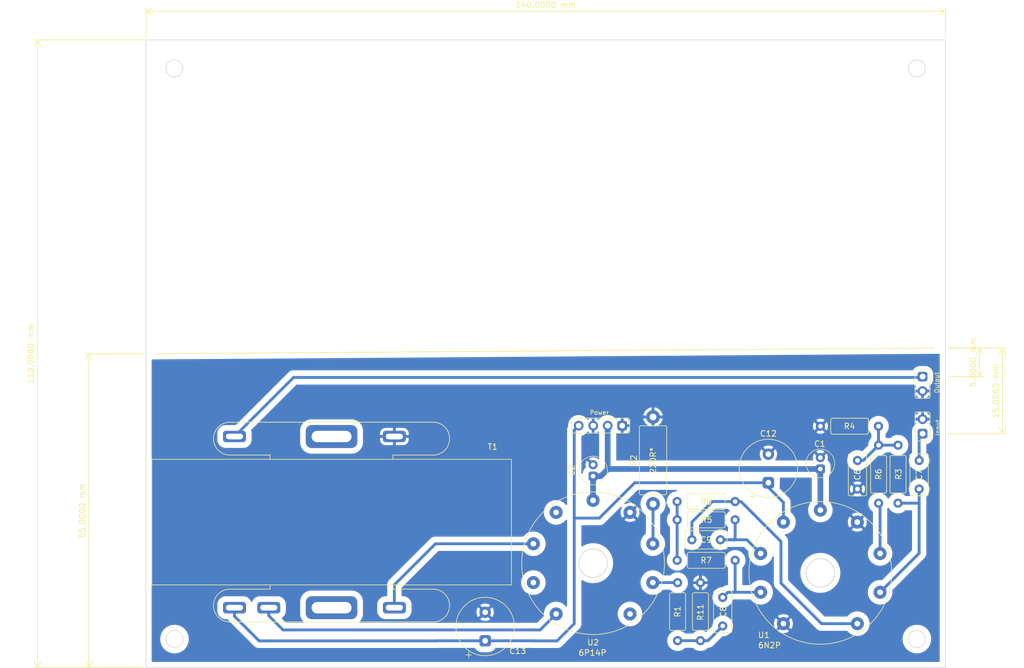
<source format=kicad_pcb>
(kicad_pcb (version 20211014) (generator pcbnew)
  (layers (0 "F.Cu" signal) (31 "B.Cu" signal) (34 "B.Paste" user) (35 "F.Paste" user) (36 "B.SilkS" user "B.Silkscreen") (37 "F.SilkS" user "F.Silkscreen") (38 "B.Mask" user) (39 "F.Mask" user) (44 "Edge.Cuts" user))
  (net 0 "")
  (net 1 "GND")
  (net 2 "240V")
  (net 3 "+6V")
  (net 4 "Net-(C7-Pad1)")
  (net 5 "Net-(U1-Pad2)")
  (net 6 "Net-(U1-Pad8)")
  (net 7 "Net-(C8-Pad2)")
  (net 8 "Net-(U1-Pad7)")
  (net 9 "Net-(U1-Pad1)")
  (net 10 "Left_output")
  (net 11 "Net-(R1-Pad2)")
  (net 12 "Net-(R2-Pad1)")
  (net 13 "Net-(R6-Pad1)")
  (net 14 "Net-(R5-Pad1)")
  (net 15 "Net-(U1-Pad3)")
  (net 16 "Net-(T1-Pad2)")
  (net 17 "Net-(T1-Pad3)")
  (footprint "spdf1626_lib:R_THT_025W" (layer "F.Cu") (at 147.1 125.28 90)
    (fp_text reference "R11" (at 4.98 0 90) (layer "F.SilkS"))
    (fp_text value "100k" hide)
    (fp_line (start 2.1 1.4) (end 8.1 1.4) (layer "F.SilkS") (width 0.12))
    (fp_line (start 1.8 -1.1) (end 1.8 1.1) (layer "F.SilkS") (width 0.12))
    (fp_line (start 8.1 -1.4) (end 2.1 -1.4) (layer "F.SilkS") (width 0.12))
    (fp_line (start 8.4 1.1) (end 8.4 -1.1) (layer "F.SilkS") (width 0.12))
    (fp_arc (start 8.1 -1.4) (mid 8.312132 -1.312132) (end 8.4 -1.1) (layer "F.SilkS") (width 0.12))
    (fp_arc (start 1.8 -1.1) (mid 1.887868 -1.312132) (end 2.1 -1.4) (layer "F.SilkS") (width 0.12))
    (fp_arc (start 2.1 1.4) (mid 1.887868 1.312132) (end 1.8 1.1) (layer "F.SilkS") (width 0.12))
    (fp_arc (start 8.4 1.1) (mid 8.312132 1.312132) (end 8.1 1.4) (layer "F.SilkS") (width 0.12))
    (pad "1" thru_hole circle (at 0 0 90) (size 1.6 1.6) (drill 0.8) (layers *.Cu *.Mask) (net 7 "Net-(C8-Pad2)"))
    (pad "2" thru_hole oval (at 10.16 0 90) (size 1.6 1.6) (drill 0.8) (layers *.Cu *.Mask) (net 1 "GND"))
  )
  (footprint "spdf1626_lib:C_THT_D10.0mm_P5.00mm" (layer "F.Cu") (at 159 97.6 90)
    (fp_text reference "C12" (at 8.6 0 180) (layer "F.SilkS"))
    (fp_text value "10uF" hide)
    (fp_line (start -2.479646 -3.375) (end -2.479646 -2.375) (layer "F.SilkS") (width 0.12))
    (fp_line (start -2.979646 -2.875) (end -1.979646 -2.875) (layer "F.SilkS") (width 0.12))
    (fp_circle (center 2.5 0) (end 7.62 0) (layer "F.SilkS") (width 0.12) (fill none))
    (pad "1" thru_hole roundrect (at 0 0 90) (size 2 2) (drill 1) (layers *.Cu *.Mask) (net 2 "240V"))
    (pad "2" thru_hole circle (at 5 0 90) (size 2 2) (drill 1) (layers *.Cu *.Mask) (net 1 "GND"))
  )
  (footprint "spdf1626_lib:R_THT_1W" (layer "F.Cu") (at 138.8 101.32 90)
    (fp_text reference "R2" (at 7.62 -3.37 90) (layer "F.SilkS"))
    (fp_text value "220R*" (at 7.62 0 90) (layer "F.SilkS"))
    (fp_line (start 13.7 2.1) (end 13.7 -2.1) (layer "F.SilkS") (width 0.12))
    (fp_line (start 1.9 2.4) (end 13.4 2.4) (layer "F.SilkS") (width 0.12))
    (fp_line (start 13.4 -2.4) (end 1.9 -2.4) (layer "F.SilkS") (width 0.12))
    (fp_line (start 1.6 -2.1) (end 1.6 2.1) (layer "F.SilkS") (width 0.12))
    (fp_arc (start 13.4 -2.4) (mid 13.612132 -2.312132) (end 13.7 -2.1) (layer "F.SilkS") (width 0.12))
    (fp_arc (start 13.7 2.1) (mid 13.612132 2.312132) (end 13.4 2.4) (layer "F.SilkS") (width 0.12))
    (fp_arc (start 1.9 2.4) (mid 1.687868 2.312132) (end 1.6 2.1) (layer "F.SilkS") (width 0.12))
    (fp_arc (start 1.6 -2.1) (mid 1.687868 -2.312132) (end 1.9 -2.4) (layer "F.SilkS") (width 0.12))
    (pad "1" thru_hole circle (at 0 0 90) (size 2.4 2.4) (drill 1.2) (layers *.Cu *.Mask) (net 12 "Net-(R2-Pad1)"))
    (pad "2" thru_hole oval (at 15.24 0 90) (size 2.4 2.4) (drill 1.2) (layers *.Cu *.Mask) (net 1 "GND"))
  )
  (footprint "spdf1626_lib:C_THT_K73-17_P5.00mm" (layer "F.Cu") (at 185.4 93.7 -90)
    (fp_text reference "C7" (at 2.5 0 90) (layer "F.SilkS"))
    (fp_text value "100n" hide)
    (fp_line (start 6.2 -1.3) (end 6.2 1.3) (layer "F.SilkS") (width 0.12))
    (fp_line (start -0.9 -1.6) (end 5.9 -1.6) (layer "F.SilkS") (width 0.12))
    (fp_line (start -0.9 1.6) (end 5.9 1.6) (layer "F.SilkS") (width 0.12))
    (fp_line (start -1.2 -1.3) (end -1.2 1.3) (layer "F.SilkS") (width 0.12))
    (fp_arc (start -1.2 -1.3) (mid -1.112132 -1.512132) (end -0.9 -1.6) (layer "F.SilkS") (width 0.12))
    (fp_arc (start -0.9 1.6) (mid -1.112132 1.512132) (end -1.2 1.3) (layer "F.SilkS") (width 0.12))
    (fp_arc (start 5.9 -1.6) (mid 6.112132 -1.512132) (end 6.2 -1.3) (layer "F.SilkS") (width 0.12))
    (fp_arc (start 6.2 1.3) (mid 6.112132 1.512132) (end 5.9 1.6) (layer "F.SilkS") (width 0.12))
    (pad "1" thru_hole circle (at 0 0 270) (size 1.6 1.6) (drill 0.8) (layers *.Cu *.Mask) (net 4 "Net-(C7-Pad1)"))
    (pad "2" thru_hole circle (at 5 0 270) (size 1.6 1.6) (drill 0.8) (layers *.Cu *.Mask) (net 5 "Net-(U1-Pad2)"))
  )
  (footprint "spdf1626_lib:C_THT_K73-17_P5.00mm" (layer "F.Cu") (at 174.6 93.7 -90)
    (fp_text reference "C6" (at 2.5 0 90) (layer "F.SilkS"))
    (fp_text value "1n" hide)
    (fp_line (start -1.2 -1.3) (end -1.2 1.3) (layer "F.SilkS") (width 0.12))
    (fp_line (start -0.9 1.6) (end 5.9 1.6) (layer "F.SilkS") (width 0.12))
    (fp_line (start -0.9 -1.6) (end 5.9 -1.6) (layer "F.SilkS") (width 0.12))
    (fp_line (start 6.2 -1.3) (end 6.2 1.3) (layer "F.SilkS") (width 0.12))
    (fp_arc (start 6.2 1.3) (mid 6.112132 1.512132) (end 5.9 1.6) (layer "F.SilkS") (width 0.12))
    (fp_arc (start -0.9 1.6) (mid -1.112132 1.512132) (end -1.2 1.3) (layer "F.SilkS") (width 0.12))
    (fp_arc (start 5.9 -1.6) (mid 6.112132 -1.512132) (end 6.2 -1.3) (layer "F.SilkS") (width 0.12))
    (fp_arc (start -1.2 -1.3) (mid -1.112132 -1.512132) (end -0.9 -1.6) (layer "F.SilkS") (width 0.12))
    (pad "1" thru_hole circle (at 0 0 270) (size 1.6 1.6) (drill 0.8) (layers *.Cu *.Mask) (net 13 "Net-(R6-Pad1)"))
    (pad "2" thru_hole circle (at 5 0 270) (size 1.6 1.6) (drill 0.8) (layers *.Cu *.Mask) (net 1 "GND"))
  )
  (footprint "spdf1626_lib:C_THT_K73-17_P5.00mm" (layer "F.Cu") (at 151 117.7 -90)
    (fp_text reference "C8" (at 2.5 -0.1 90) (layer "F.SilkS"))
    (fp_text value "33n" hide)
    (fp_line (start -0.9 1.6) (end 5.9 1.6) (layer "F.SilkS") (width 0.12))
    (fp_line (start -1.2 -1.3) (end -1.2 1.3) (layer "F.SilkS") (width 0.12))
    (fp_line (start -0.9 -1.6) (end 5.9 -1.6) (layer "F.SilkS") (width 0.12))
    (fp_line (start 6.2 -1.3) (end 6.2 1.3) (layer "F.SilkS") (width 0.12))
    (fp_arc (start 5.9 -1.6) (mid 6.112132 -1.512132) (end 6.2 -1.3) (layer "F.SilkS") (width 0.12))
    (fp_arc (start -1.2 -1.3) (mid -1.112132 -1.512132) (end -0.9 -1.6) (layer "F.SilkS") (width 0.12))
    (fp_arc (start 6.2 1.3) (mid 6.112132 1.512132) (end 5.9 1.6) (layer "F.SilkS") (width 0.12))
    (fp_arc (start -0.9 1.6) (mid -1.112132 1.512132) (end -1.2 1.3) (layer "F.SilkS") (width 0.12))
    (pad "1" thru_hole circle (at 0 0 270) (size 1.6 1.6) (drill 0.8) (layers *.Cu *.Mask) (net 6 "Net-(U1-Pad8)"))
    (pad "2" thru_hole circle (at 5 0 270) (size 1.6 1.6) (drill 0.8) (layers *.Cu *.Mask) (net 7 "Net-(C8-Pad2)"))
  )
  (footprint "spdf1626_lib:R_THT_025W" (layer "F.Cu") (at 143.1 125.279999 90)
    (fp_text reference "R1" (at 5.079999 0 90) (layer "F.SilkS"))
    (fp_text value "6k8" hide)
    (fp_line (start 8.4 1.1) (end 8.4 -1.1) (layer "F.SilkS") (width 0.12))
    (fp_line (start 1.8 -1.1) (end 1.8 1.1) (layer "F.SilkS") (width 0.12))
    (fp_line (start 8.1 -1.4) (end 2.1 -1.4) (layer "F.SilkS") (width 0.12))
    (fp_line (start 2.1 1.4) (end 8.1 1.4) (layer "F.SilkS") (width 0.12))
    (fp_arc (start 8.4 1.1) (mid 8.312132 1.312132) (end 8.1 1.4) (layer "F.SilkS") (width 0.12))
    (fp_arc (start 1.8 -1.1) (mid 1.887868 -1.312132) (end 2.1 -1.4) (layer "F.SilkS") (width 0.12))
    (fp_arc (start 2.1 1.4) (mid 1.887868 1.312132) (end 1.8 1.1) (layer "F.SilkS") (width 0.12))
    (fp_arc (start 8.1 -1.4) (mid 8.312132 -1.312132) (end 8.4 -1.1) (layer "F.SilkS") (width 0.12))
    (pad "1" thru_hole circle (at 0 0 90) (size 1.6 1.6) (drill 0.8) (layers *.Cu *.Mask) (net 7 "Net-(C8-Pad2)"))
    (pad "2" thru_hole oval (at 10.16 0 90) (size 1.6 1.6) (drill 0.8) (layers *.Cu *.Mask) (net 11 "Net-(R1-Pad2)"))
  )
  (footprint "spdf1626_lib:R_THT_025W" (layer "F.Cu") (at 143.02 104.1)
    (fp_text reference "R5" (at 5.18 0) (layer "F.SilkS"))
    (fp_text value "300k" hide)
    (fp_line (start 2.1 1.4) (end 8.1 1.4) (layer "F.SilkS") (width 0.12))
    (fp_line (start 1.8 -1.1) (end 1.8 1.1) (layer "F.SilkS") (width 0.12))
    (fp_line (start 8.1 -1.4) (end 2.1 -1.4) (layer "F.SilkS") (width 0.12))
    (fp_line (start 8.4 1.1) (end 8.4 -1.1) (layer "F.SilkS") (width 0.12))
    (fp_arc (start 2.1 1.4) (mid 1.887868 1.312132) (end 1.8 1.1) (layer "F.SilkS") (width 0.12))
    (fp_arc (start 1.8 -1.1) (mid 1.887868 -1.312132) (end 2.1 -1.4) (layer "F.SilkS") (width 0.12))
    (fp_arc (start 8.1 -1.4) (mid 8.312132 -1.312132) (end 8.4 -1.1) (layer "F.SilkS") (width 0.12))
    (fp_arc (start 8.4 1.1) (mid 8.312132 1.312132) (end 8.1 1.4) (layer "F.SilkS") (width 0.12))
    (pad "1" thru_hole circle (at 0 0) (size 1.6 1.6) (drill 0.8) (layers *.Cu *.Mask) (net 14 "Net-(R5-Pad1)"))
    (pad "2" thru_hole oval (at 10.16 0) (size 1.6 1.6) (drill 0.8) (layers *.Cu *.Mask) (net 8 "Net-(U1-Pad7)"))
  )
  (footprint "spdf1626_lib:Output_transformer" (layer "F.Cu") (at 82.5 104.5 180)
    (fp_text reference "T1" (at -28.2 13.2 unlocked) (layer "F.SilkS"))
    (fp_text value "Transformer_SP_1S" hide)
    (fp_line (start 31.5 -11) (end -31.5 -11) (layer "F.SilkS") (width 0.12))
    (fp_line (start -31.5 11) (end 31.5 11) (layer "F.SilkS") (width 0.12))
    (fp_line (start -17.8 -17.5) (end 17.8 -17.5) (layer "F.SilkS") (width 0.12))
    (fp_line (start -31.5 -11) (end -31.5 11) (layer "F.SilkS") (width 0.12))
    (fp_line (start -17.8 -11.75) (end -10.75 -11.75) (layer "F.SilkS") (width 0.12))
    (fp_line (start 17.8 17.5) (end -17.8 17.5) (layer "F.SilkS") (width 0.12))
    (fp_line (start 10.75 11) (end 10.75 11.75) (layer "F.SilkS") (width 0.12))
    (fp_line (start -10.75 -11.75) (end -10.75 -11) (layer "F.SilkS") (width 0.12))
    (fp_line (start -10.75 11) (end -10.75 11.75) (layer "F.SilkS") (width 0.12))
    (fp_line (start 10.75 11.75) (end 17.8 11.75) (layer "F.SilkS") (width 0.12))
    (fp_line (start -17.8 11.75) (end -10.75 11.75) (layer "F.SilkS") (width 0.12))
    (fp_line (start 10.75 -11.75) (end 10.75 -11) (layer "F.SilkS") (width 0.12))
    (fp_line (start 31.5 11) (end 31.5 -11) (layer "F.SilkS") (width 0.12))
    (fp_line (start 17.8 -11.75) (end 10.75 -11.75) (layer "F.SilkS") (width 0.12))
    (fp_arc (start -17.8 -11.75) (mid -20.67751 -14.625) (end -17.8 -17.5) (layer "F.SilkS") (width 0.12))
    (fp_arc (start -17.8 17.5) (mid -20.67751 14.625) (end -17.8 11.75) (layer "F.SilkS") (width 0.12))
    (fp_arc (start 17.8 11.75) (mid 20.67751 14.625) (end 17.8 17.5) (layer "F.SilkS") (width 0.12))
    (fp_arc (start 17.8 -17.5) (mid 20.67751 -14.625) (end 17.8 -11.75) (layer "F.SilkS") (width 0.12))
    (pad "" thru_hole roundrect (at 0 15 180) (size 9 4) (drill oval 7 2) (layers *.Cu *.Mask))
    (pad "" thru_hole roundrect (at 0 -15 180) (size 9 4) (drill oval 7 2) (layers *.Cu *.Mask))
    (pad "1" thru_hole roundrect (at 17 -15 180) (size 4 2) (drill oval 3 1) (layers *.Cu *.Mask) (net 2 "240V"))
    (pad "2" thru_hole roundrect (at 11 -15 180) (size 4 2) (drill oval 3 1) (layers *.Cu *.Mask) (net 16 "Net-(T1-Pad2)"))
    (pad "3" thru_hole roundrect (at -11 -15 180) (size 4 2) (drill oval 3 1) (layers *.Cu *.Mask) (net 17 "Net-(T1-Pad3)"))
    (pad "4" thru_hole roundrect (at -11 15 180) (size 4 2) (drill oval 3 1) (layers *.Cu *.Mask) (net 1 "GND"))
    (pad "5" thru_hole roundrect (at 17 15 180) (size 4 2) (drill oval 3 1) (layers *.Cu *.Mask) (net 10 "Left_output"))
  )
  (footprint "spdf1626_lib:C_THT_D10.0mm_P5.00mm" (layer "F.Cu") (at 109.4 125.3 90)
    (fp_text reference "C13" (at -1.8 5.7 180) (layer "F.SilkS"))
    (fp_text value "10uF" hide)
    (fp_line (start -2.479646 -3.375) (end -2.479646 -2.375) (layer "F.SilkS") (width 0.12))
    (fp_line (start -2.979646 -2.875) (end -1.979646 -2.875) (layer "F.SilkS") (width 0.12))
    (fp_circle (center 2.5 0) (end 7.62 0) (layer "F.SilkS") (width 0.12) (fill none))
    (pad "1" thru_hole roundrect (at 0 0 90) (size 2 2) (drill 1) (layers *.Cu *.Mask) (net 2 "240V"))
    (pad "2" thru_hole circle (at 5 0 90) (size 2 2) (drill 1) (layers *.Cu *.Mask) (net 1 "GND"))
  )
  (footprint "spdf1626_lib:9-pin_tube_socket" (layer "F.Cu") (at 128.3 111.7)
    (fp_text reference "U2" (at 0 13.9 unlocked) (layer "F.SilkS"))
    (fp_text value "6P14P" (at -0.1 15.7 unlocked) (layer "F.SilkS"))
    (fp_circle (center 0 0) (end 12.5 0) (layer "F.SilkS") (width 0.12) (fill none))
    (fp_circle (center 0 0) (end 2.5 0) (layer "Edge.Cuts") (width 0.12) (fill none))
    (pad "1" thru_hole circle (at 6.47 8.9) (size 2.286 2.286) (drill 1) (layers *.Cu *.Mask))
    (pad "2" thru_hole circle (at 10.46 3.4) (size 2.286 2.286) (drill 1) (layers *.Cu *.Mask) (net 11 "Net-(R1-Pad2)"))
    (pad "3" thru_hole circle (at 10.46 -3.4) (size 2.286 2.286) (drill 1) (layers *.Cu *.Mask) (net 12 "Net-(R2-Pad1)"))
    (pad "4" thru_hole circle (at 6.47 -8.9) (size 2.286 2.286) (drill 1) (layers *.Cu *.Mask) (net 1 "GND"))
    (pad "5" thru_hole circle (at 0 -11) (size 2.286 2.286) (drill 1) (layers *.Cu *.Mask) (net 3 "+6V"))
    (pad "6" thru_hole circle (at -6.47 -8.9) (size 2.286 2.286) (drill 1) (layers *.Cu *.Mask))
    (pad "7" thru_hole circle (at -10.46 -3.4) (size 2.286 2.286) (drill 1) (layers *.Cu *.Mask) (net 17 "Net-(T1-Pad3)"))
    (pad "8" thru_hole circle (at -10.46 3.4) (size 2.286 2.286) (drill 1) (layers *.Cu *.Mask))
    (pad "9" thru_hole circle (at -6.47 8.9) (size 2.286 2.286) (drill 1) (layers *.Cu *.Mask) (net 16 "Net-(T1-Pad2)"))
  )
  (footprint "spdf1626_lib:R_THT_025W" (layer "F.Cu") (at 143.020001 111.2)
    (fp_text reference "R7" (at 5.079999 0) (layer "F.SilkS"))
    (fp_text value "200R" hide)
    (fp_line (start 8.4 1.1) (end 8.4 -1.1) (layer "F.SilkS") (width 0.12))
    (fp_line (start 1.8 -1.1) (end 1.8 1.1) (layer "F.SilkS") (width 0.12))
    (fp_line (start 2.1 1.4) (end 8.1 1.4) (layer "F.SilkS") (width 0.12))
    (fp_line (start 8.1 -1.4) (end 2.1 -1.4) (layer "F.SilkS") (width 0.12))
    (fp_arc (start 1.8 -1.1) (mid 1.887868 -1.312132) (end 2.1 -1.4) (layer "F.SilkS") (width 0.12))
    (fp_arc (start 8.1 -1.4) (mid 8.312132 -1.312132) (end 8.4 -1.1) (layer "F.SilkS") (width 0.12))
    (fp_arc (start 2.1 1.4) (mid 1.887868 1.312132) (end 1.8 1.1) (layer "F.SilkS") (width 0.12))
    (fp_arc (start 8.4 1.1) (mid 8.312132 1.312132) (end 8.1 1.4) (layer "F.SilkS") (width 0.12))
    (pad "1" thru_hole circle (at 0 0) (size 1.6 1.6) (drill 0.8) (layers *.Cu *.Mask) (net 14 "Net-(R5-Pad1)"))
    (pad "2" thru_hole oval (at 10.16 0) (size 1.6 1.6) (drill 0.8) (layers *.Cu *.Mask) (net 6 "Net-(U1-Pad8)"))
  )
  (footprint "spdf1626_lib:R_THT_025W" (layer "F.Cu") (at 143.02 100.9)
    (fp_text reference "R8" (at 5.08 0) (layer "F.SilkS"))
    (fp_text value "1k8" hide)
    (fp_line (start 8.1 -1.4) (end 2.1 -1.4) (layer "F.SilkS") (width 0.12))
    (fp_line (start 1.8 -1.1) (end 1.8 1.1) (layer "F.SilkS") (width 0.12))
    (fp_line (start 2.1 1.4) (end 8.1 1.4) (layer "F.SilkS") (width 0.12))
    (fp_line (start 8.4 1.1) (end 8.4 -1.1) (layer "F.SilkS") (width 0.12))
    (fp_arc (start 8.4 1.1) (mid 8.312132 1.312132) (end 8.1 1.4) (layer "F.SilkS") (width 0.12))
    (fp_arc (start 1.8 -1.1) (mid 1.887868 -1.312132) (end 2.1 -1.4) (layer "F.SilkS") (width 0.12))
    (fp_arc (start 2.1 1.4) (mid 1.887868 1.312132) (end 1.8 1.1) (layer "F.SilkS") (width 0.12))
    (fp_arc (start 8.1 -1.4) (mid 8.312132 -1.312132) (end 8.4 -1.1) (layer "F.SilkS") (width 0.12))
    (pad "1" thru_hole circle (at 0 0) (size 1.6 1.6) (drill 0.8) (layers *.Cu *.Mask) (net 14 "Net-(R5-Pad1)"))
    (pad "2" thru_hole oval (at 10.16 0) (size 1.6 1.6) (drill 0.8) (layers *.Cu *.Mask) (net 9 "Net-(U1-Pad1)"))
  )
  (footprint "spdf1626_lib:C_THT_K73-17_P5.00mm" (layer "F.Cu") (at 150.6 107.6 180)
    (fp_text reference "C9" (at 2.5 0) (layer "F.SilkS"))
    (fp_text value "100n" hide)
    (fp_line (start -1.2 -1.3) (end -1.2 1.3) (layer "F.SilkS") (width 0.12))
    (fp_line (start 6.2 -1.3) (end 6.2 1.3) (layer "F.SilkS") (width 0.12))
    (fp_line (start -0.9 -1.6) (end 5.9 -1.6) (layer "F.SilkS") (width 0.12))
    (fp_line (start -0.9 1.6) (end 5.9 1.6) (layer "F.SilkS") (width 0.12))
    (fp_arc (start -1.2 -1.3) (mid -1.112132 -1.512132) (end -0.9 -1.6) (layer "F.SilkS") (width 0.12))
    (fp_arc (start 6.2 1.3) (mid 6.112132 1.512132) (end 5.9 1.6) (layer "F.SilkS") (width 0.12))
    (fp_arc (start -0.9 1.6) (mid -1.112132 1.512132) (end -1.2 1.3) (layer "F.SilkS") (width 0.12))
    (fp_arc (start 5.9 -1.6) (mid 6.112132 -1.512132) (end 6.2 -1.3) (layer "F.SilkS") (width 0.12))
    (pad "1" thru_hole circle (at 0 0 180) (size 1.6 1.6) (drill 0.8) (layers *.Cu *.Mask) (net 8 "Net-(U1-Pad7)"))
    (pad "2" thru_hole circle (at 5 0 180) (size 1.6 1.6) (drill 0.8) (layers *.Cu *.Mask) (net 9 "Net-(U1-Pad1)"))
  )
  (footprint "spdf1626_lib:C_THT_D5.0mm_P2.00mm" (layer "F.Cu") (at 128.3 96.45 90)
    (fp_text reference "C2" (at 1 -3.75 90) (layer "F.SilkS"))
    (fp_text value "10uF" hide)
    (fp_circle (center 1 0) (end 3.5 0) (layer "F.SilkS") (width 0.1) (fill none))
    (pad "1" thru_hole roundrect (at 0 0 90) (size 1.6 1.6) (drill 0.8) (layers *.Cu *.Mask) (net 3 "+6V"))
    (pad "2" thru_hole circle (at 2 0 90) (size 1.6 1.6) (drill 0.8) (layers *.Cu *.Mask) (net 1 "GND"))
  )
  (footprint "spdf1626_lib:R_THT_025W" (layer "F.Cu") (at 181.7 91.02 -90)
    (fp_text reference "R3" (at 5.08 -0.1 90) (layer "F.SilkS"))
    (fp_text value "300k" hide)
    (fp_line (start 2.1 1.4) (end 8.1 1.4) (layer "F.SilkS") (width 0.12))
    (fp_line (start 8.4 1.1) (end 8.4 -1.1) (layer "F.SilkS") (width 0.12))
    (fp_line (start 8.1 -1.4) (end 2.1 -1.4) (layer "F.SilkS") (width 0.12))
    (fp_line (start 1.8 -1.1) (end 1.8 1.1) (layer "F.SilkS") (width 0.12))
    (fp_arc (start 8.1 -1.4) (mid 8.312132 -1.312132) (end 8.4 -1.1) (layer "F.SilkS") (width 0.12))
    (fp_arc (start 2.1 1.4) (mid 1.887868 1.312132) (end 1.8 1.1) (layer "F.SilkS") (width 0.12))
    (fp_arc (start 8.4 1.1) (mid 8.312132 1.312132) (end 8.1 1.4) (layer "F.SilkS") (width 0.12))
    (fp_arc (start 1.8 -1.1) (mid 1.887868 -1.312132) (end 2.1 -1.4) (layer "F.SilkS") (width 0.12))
    (pad "1" thru_hole circle (at 0 0 270) (size 1.6 1.6) (drill 0.8) (layers *.Cu *.Mask) (net 13 "Net-(R6-Pad1)"))
    (pad "2" thru_hole oval (at 10.16 0 270) (size 1.6 1.6) (drill 0.8) (layers *.Cu *.Mask) (net 5 "Net-(U1-Pad2)"))
  )
  (footprint "spdf1626_lib:PinHeader_1x04_P2.54mm" (layer "F.Cu") (at 133.4 87.6 -90)
    (fp_text reference "J3" hide)
    (fp_text value "Power" (at -2.3 4 180) (layer "F.SilkS") (effects (font (size 0.75 0.75) (thickness 0.12))))
    (fp_line (start 1.3 -1) (end 1.3 8.6) (layer "F.SilkS") (width 0.12))
    (fp_line (start -1.3 8.6) (end -1.3 -1) (layer "F.SilkS") (width 0.12))
    (fp_line (start 1 8.9) (end -1 8.9) (layer "F.SilkS") (width 0.12))
    (fp_line (start -1 -1.3) (end 1 -1.3) (layer "F.SilkS") (width 0.12))
    (fp_arc (start 1.3 8.6) (mid 1.212132 8.812132) (end 1 8.9) (layer "F.SilkS") (width 0.12))
    (fp_arc (start 1 -1.3) (mid 1.212132 -1.212132) (end 1.3 -1) (layer "F.SilkS") (width 0.12))
    (fp_arc (start -1.3 -1) (mid -1.212132 -1.212132) (end -1 -1.3) (layer "F.SilkS") (width 0.12))
    (fp_arc (start -1 8.9) (mid -1.212132 8.812132) (end -1.3 8.6) (layer "F.SilkS") (width 0.12))
    (pad "1" thru_hole roundrect (at 0 0 270) (size 1.7 1.7) (drill 1) (layers *.Cu *.Mask) (net 1 "GND"))
    (pad "2" thru_hole oval (at 0 2.54 270) (size 1.7 1.7) (drill 1) (layers *.Cu *.Mask) (net 3 "+6V"))
    (pad "3" thru_hole oval (at 0 5.08 270) (size 1.7 1.7) (drill 1) (layers *.Cu *.Mask) (net 1 "GND"))
    (pad "4" thru_hole oval (at 0 7.62 270) (size 1.7 1.7) (drill 1) (layers *.Cu *.Mask) (net 2 "240V"))
  )
  (footprint "spdf1626_lib:PinHeader_1x02_P2.54mm" (layer "F.Cu") (at 186 79)
    (fp_text reference "J4" hide)
    (fp_text value "Output" (at 2.5 1.05 270) (layer "F.SilkS") (effects (font (size 0.75 0.75) (thickness 0.12))))
    (fp_line (start -1 -1.3) (end 1 -1.3) (layer "F.SilkS") (width 0.12))
    (fp_line (start 1.3 -1) (end 1.3 3.5) (layer "F.SilkS") (width 0.12))
    (fp_line (start 1 3.8) (end -1 3.8) (layer "F.SilkS") (width 0.12))
    (fp_line (start -1.3 3.5) (end -1.3 -1) (layer "F.SilkS") (width 0.12))
    (fp_arc (start -1 3.8) (mid -1.212132 3.712132) (end -1.3 3.5) (layer "F.SilkS") (width 0.12))
    (fp_arc (start 1.3 3.5) (mid 1.212132 3.712132) (end 1 3.8) (layer "F.SilkS") (width 0.12))
    (fp_arc (start 1 -1.3) (mid 1.212132 -1.212132) (end 1.3 -1) (layer "F.SilkS") (width 0.12))
    (fp_arc (start -1.3 -1) (mid -1.212132 -1.212132) (end -1 -1.3) (layer "F.SilkS") (width 0.12))
    (pad "1" thru_hole roundrect (at 0 0) (size 1.7 1.7) (drill 1) (layers *.Cu *.Mask) (net 10 "Left_output"))
    (pad "2" thru_hole oval (at 0 2.54) (size 1.7 1.7) (drill 1) (layers *.Cu *.Mask) (net 1 "GND"))
  )
  (footprint "spdf1626_lib:R_THT_025W" (layer "F.Cu") (at 178.3 91.02 -90)
    (fp_text reference "R6" (at 5.08 0 90) (layer "F.SilkS"))
    (fp_text value "200R" hide)
    (fp_line (start 8.4 1.1) (end 8.4 -1.1) (layer "F.SilkS") (width 0.12))
    (fp_line (start 1.8 -1.1) (end 1.8 1.1) (layer "F.SilkS") (width 0.12))
    (fp_line (start 8.1 -1.4) (end 2.1 -1.4) (layer "F.SilkS") (width 0.12))
    (fp_line (start 2.1 1.4) (end 8.1 1.4) (layer "F.SilkS") (width 0.12))
    (fp_arc (start 2.1 1.4) (mid 1.887868 1.312132) (end 1.8 1.1) (layer "F.SilkS") (width 0.12))
    (fp_arc (start 1.8 -1.1) (mid 1.887868 -1.312132) (end 2.1 -1.4) (layer "F.SilkS") (width 0.12))
    (fp_arc (start 8.1 -1.4) (mid 8.312132 -1.312132) (end 8.4 -1.1) (layer "F.SilkS") (width 0.12))
    (fp_arc (start 8.4 1.1) (mid 8.312132 1.312132) (end 8.1 1.4) (layer "F.SilkS") (width 0.12))
    (pad "1" thru_hole circle (at 0 0 270) (size 1.6 1.6) (drill 0.8) (layers *.Cu *.Mask) (net 13 "Net-(R6-Pad1)"))
    (pad "2" thru_hole oval (at 10.16 0 270) (size 1.6 1.6) (drill 0.8) (layers *.Cu *.Mask) (net 15 "Net-(U1-Pad3)"))
  )
  (footprint "spdf1626_lib:C_THT_D5.0mm_P2.00mm" (layer "F.Cu") (at 168.1 95.2 90)
    (fp_text reference "C1" (at 4.4 -0.1 180) (layer "F.SilkS"))
    (fp_text value "10uF" hide)
    (fp_circle (center 1 0) (end 3.5 0) (layer "F.SilkS") (width 0.1) (fill none))
    (pad "1" thru_hole roundrect (at 0 0 90) (size 1.6 1.6) (drill 0.8) (layers *.Cu *.Mask) (net 3 "+6V"))
    (pad "2" thru_hole circle (at 2 0 90) (size 1.6 1.6) (drill 0.8) (layers *.Cu *.Mask) (net 1 "GND"))
  )
  (footprint "spdf1626_lib:9-pin_tube_socket" (layer "F.Cu") (at 168.1 113.4)
    (fp_text reference "U1" (at -9.9 10.9 unlocked) (layer "F.SilkS"))
    (fp_text value "6N2P" (at -8.9 12.7 unlocked) (layer "F.SilkS"))
    (fp_circle (center 0 0) (end 12.5 0) (layer "F.SilkS") (width 0.12) (fill none))
    (fp_circle (center 0 0) (end 2.5 0) (layer "Edge.Cuts") (width 0.12) (fill none))
    (pad "1" thru_hole circle (at 6.47 8.9) (size 2.286 2.286) (drill 1) (layers *.Cu *.Mask) (net 9 "Net-(U1-Pad1)"))
    (pad "2" thru_hole circle (at 10.46 3.4) (size 2.286 2.286) (drill 1) (layers *.Cu *.Mask) (net 5 "Net-(U1-Pad2)"))
    (pad "3" thru_hole circle (at 10.46 -3.4) (size 2.286 2.286) (drill 1) (layers *.Cu *.Mask) (net 15 "Net-(U1-Pad3)"))
    (pad "4" thru_hole circle (at 6.47 -8.9) (size 2.286 2.286) (drill 1) (layers *.Cu *.Mask) (net 1 "GND"))
    (pad "5" thru_hole circle (at 0 -11) (size 2.286 2.286) (drill 1) (layers *.Cu *.Mask) (net 3 "+6V"))
    (pad "6" thru_hole circle (at -6.47 -8.9) (size 2.286 2.286) (drill 1) (layers *.Cu *.Mask) (net 2 "240V"))
    (pad "7" thru_hole circle (at -10.46 -3.4) (size 2.286 2.286) (drill 1) (layers *.Cu *.Mask) (net 8 "Net-(U1-Pad7)"))
    (pad "8" thru_hole circle (at -10.46 3.4) (size 2.286 2.286) (drill 1) (layers *.Cu *.Mask) (net 6 "Net-(U1-Pad8)"))
    (pad "9" thru_hole circle (at -6.47 8.9) (size 2.286 2.286) (drill 1) (layers *.Cu *.Mask) (net 1 "GND"))
  )
  (footprint "spdf1626_lib:R_THT_025W" (layer "F.Cu") (at 168.120001 87.7)
    (fp_text reference "R4" (at 5.08 0) (layer "F.SilkS"))
    (fp_text value "1k8" hide)
    (fp_line (start 1.8 -1.1) (end 1.8 1.1) (layer "F.SilkS") (width 0.12))
    (fp_line (start 8.4 1.1) (end 8.4 -1.1) (layer "F.SilkS") (width 0.12))
    (fp_line (start 2.1 1.4) (end 8.1 1.4) (layer "F.SilkS") (width 0.12))
    (fp_line (start 8.1 -1.4) (end 2.1 -1.4) (layer "F.SilkS") (width 0.12))
    (fp_arc (start 2.1 1.4) (mid 1.887868 1.312132) (end 1.8 1.1) (layer "F.SilkS") (width 0.12))
    (fp_arc (start 1.8 -1.1) (mid 1.887868 -1.312132) (end 2.1 -1.4) (layer "F.SilkS") (width 0.12))
    (fp_arc (start 8.4 1.1) (mid 8.312132 1.312132) (end 8.1 1.4) (layer "F.SilkS") (width 0.12))
    (fp_arc (start 8.1 -1.4) (mid 8.312132 -1.312132) (end 8.4 -1.1) (layer "F.SilkS") (width 0.12))
    (pad "1" thru_hole circle (at 0 0) (size 1.6 1.6) (drill 0.8) (layers *.Cu *.Mask) (net 1 "GND"))
    (pad "2" thru_hole oval (at 10.16 0) (size 1.6 1.6) (drill 0.8) (layers *.Cu *.Mask) (net 13 "Net-(R6-Pad1)"))
  )
  (footprint "spdf1626_lib:PinHeader_1x02_P2.54mm" (layer "F.Cu") (at 186 89 180)
    (fp_text reference "J2" hide)
    (fp_text value "Input" (at -2.66 1.05 90) (layer "F.SilkS") (effects (font (size 0.75 0.75) (thickness 0.12))))
    (fp_line (start 1.3 -1) (end 1.3 3.5) (layer "F.SilkS") (width 0.12))
    (fp_line (start -1.3 3.5) (end -1.3 -1) (layer "F.SilkS") (width 0.12))
    (fp_line (start -1 -1.3) (end 1 -1.3) (layer "F.SilkS") (width 0.12))
    (fp_line (start 1 3.8) (end -1 3.8) (layer "F.SilkS") (width 0.12))
    (fp_arc (start -1.3 -1) (mid -1.212132 -1.212132) (end -1 -1.3) (layer "F.SilkS") (width 0.12))
    (fp_arc (start 1 -1.3) (mid 1.212132 -1.212132) (end 1.3 -1) (layer "F.SilkS") (width 0.12))
    (fp_arc (start 1.3 3.5) (mid 1.212132 3.712132) (end 1 3.8) (layer "F.SilkS") (width 0.12))
    (fp_arc (start -1 3.8) (mid -1.212132 3.712132) (end -1.3 3.5) (layer "F.SilkS") (width 0.12))
    (pad "1" thru_hole roundrect (at 0 0 180) (size 1.7 1.7) (drill 1) (layers *.Cu *.Mask) (net 4 "Net-(C7-Pad1)"))
    (pad "2" thru_hole oval (at 0 2.54 180) (size 1.7 1.7) (drill 1) (layers *.Cu *.Mask) (net 1 "GND"))
  )
  (gr_line (start 52 75) (end 188 74) (layer "F.SilkS") (width 0.15))
  (gr_circle (center 185 25) (end 185 23.5) (layer "Edge.Cuts") (width 0.1) (fill none))
  (gr_circle (center 185 125) (end 185 123.5) (layer "Edge.Cuts") (width 0.1) (fill none))
  (gr_circle (center 55 125) (end 55 123.5) (layer "Edge.Cuts") (width 0.1) (fill none))
  (gr_circle (center 55 25) (end 55 23.5) (layer "Edge.Cuts") (width 0.1) (fill none))
  (gr_rect (start 50 20) (end 190 130) (layer "Edge.Cuts") (width 0.1) (fill none))
  (dimension (type aligned) (layer "F.SilkS") (pts (xy 50 130) (xy 50 20)) (height -19) (gr_text "110,0000 мм" (at 29.85 75 90) (layer "F.SilkS") (effects (font (size 1 1) (thickness 0.15)))) (format (units 3) (units_format 1) (precision 4)) (style (thickness 0.15) (arrow_length 1.27) (text_position_mode 0) (extension_height 0.58642) (extension_offset 0.5) keep_text_aligned))
  (dimension (type aligned) (layer "F.SilkS") (pts (xy 50 130) (xy 50 75)) (height -10) (gr_text "55,0000 мм" (at 38.85 102.5 90) (layer "F.SilkS") (effects (font (size 1 1) (thickness 0.15)))) (format (units 3) (units_format 1) (precision 4)) (style (thickness 0.15) (arrow_length 1.27) (text_position_mode 0) (extension_height 0.58642) (extension_offset 0.5) keep_text_aligned))
  (dimension (type aligned) (layer "F.SilkS") (pts (xy 190 74) (xy 190 89)) (height -10) (gr_text "15,0000 мм" (at 198.85 81.5 90) (layer "F.SilkS") (effects (font (size 1 1) (thickness 0.15)))) (format (units 3) (units_format 1) (precision 4)) (style (thickness 0.15) (arrow_length 1.27) (text_position_mode 0) (extension_height 0.58642) (extension_offset 0.5) keep_text_aligned))
  (dimension (type aligned) (layer "F.SilkS") (pts (xy 190 74) (xy 190 79)) (height -6) (gr_text "5,0000 мм" (at 194.85 76.5 90) (layer "F.SilkS") (effects (font (size 1 1) (thickness 0.15)))) (format (units 3) (units_format 1) (precision 4)) (style (thickness 0.15) (arrow_length 1.27) (text_position_mode 0) (extension_height 0.58642) (extension_offset 0.5) keep_text_aligned))
  (dimension (type aligned) (layer "F.SilkS") (pts (xy 50 20) (xy 190 20)) (height -5) (gr_text "140,0000 мм" (at 120 13.85) (layer "F.SilkS") (effects (font (size 1 1) (thickness 0.15)))) (format (units 3) (units_format 1) (precision 4)) (style (thickness 0.15) (arrow_length 1.27) (text_position_mode 0) (extension_height 0.58642) (extension_offset 0.5) keep_text_aligned))
  (segment (start 65.5 121) (end 65.5 119.5) (width 0.5) (layer "B.Cu") (net 2))
  (segment (start 121.979823 125.320177) (end 125 122.3) (width 0.5) (layer "B.Cu") (net 2))
  (segment (start 100.8 125.3) (end 100.779823 125.320177) (width 0.5) (layer "B.Cu") (net 2))
  (segment (start 118 125.3) (end 118.020177 125.320177) (width 0.5) (layer "B.Cu") (net 2))
  (segment (start 109.4 125.3) (end 118 125.3) (width 0.5) (layer "B.Cu") (net 2))
  (segment (start 159 97.6) (end 135.6 97.6) (width 0.5) (layer "B.Cu") (net 2))
  (segment (start 161.63 104.5) (end 161.63 101.050177) (width 0.5) (layer "B.Cu") (net 2))
  (segment (start 135.6 97.6) (end 129.4 103.8) (width 0.5) (layer "B.Cu") (net 2))
  (segment (start 109.4 125.3) (end 100.8 125.3) (width 0.5) (layer "B.Cu") (net 2))
  (segment (start 125 103.8) (end 125 88.38) (width 0.5) (layer "B.Cu") (net 2))
  (segment (start 159 98.420177) (end 159 97.6) (width 0.5) (layer "B.Cu") (net 2))
  (segment (start 129.4 103.8) (end 125 103.8) (width 0.5) (layer "B.Cu") (net 2))
  (segment (start 100.779823 125.320177) (end 69.820177 125.320177) (width 0.5) (layer "B.Cu") (net 2))
  (segment (start 118.020177 125.320177) (end 121.979823 125.320177) (width 0.5) (layer "B.Cu") (net 2))
  (segment (start 161.63 101.050177) (end 159 98.420177) (width 0.5) (layer "B.Cu") (net 2))
  (segment (start 125 122.3) (end 125 103.8) (width 0.5) (layer "B.Cu") (net 2))
  (segment (start 125 88.38) (end 125.78 87.6) (width 0.5) (layer "B.Cu") (net 2))
  (segment (start 69.820177 125.320177) (end 65.5 121) (width 0.5) (layer "B.Cu") (net 2))
  (segment (start 130.9 95.2) (end 130.86 95.24) (width 1) (layer "B.Cu") (net 3))
  (segment (start 168.1 95.2) (end 168.1 102.4) (width 1) (layer "B.Cu") (net 3))
  (segment (start 128.3 96.45) (end 128.3 100.7) (width 1) (layer "B.Cu") (net 3))
  (segment (start 130.86 95.24) (end 130.86 87.6) (width 1) (layer "B.Cu") (net 3))
  (segment (start 168.1 95.2) (end 130.9 95.2) (width 1) (layer "B.Cu") (net 3))
  (segment (start 129.65 96.45) (end 130.86 95.24) (width 1) (layer "B.Cu") (net 3))
  (segment (start 128.3 96.45) (end 129.65 96.45) (width 1) (layer "B.Cu") (net 3))
  (segment (start 185.4 89.6) (end 185.4 93.7) (width 0.5) (layer "B.Cu") (net 4))
  (segment (start 186 89) (end 185.4 89.6) (width 0.5) (layer "B.Cu") (net 4))
  (segment (start 181.7 101.18) (end 185.38 101.18) (width 0.5) (layer "B.Cu") (net 5))
  (segment (start 185.38 101.18) (end 185.4 101.2) (width 0.5) (layer "B.Cu") (net 5))
  (segment (start 185.4 98.7) (end 185.4 101.2) (width 0.5) (layer "B.Cu") (net 5))
  (segment (start 185.4 101.2) (end 185.4 109.96) (width 0.5) (layer "B.Cu") (net 5))
  (segment (start 185.4 109.96) (end 178.56 116.8) (width 0.5) (layer "B.Cu") (net 5))
  (segment (start 151.9 116.8) (end 151 117.7) (width 0.5) (layer "B.Cu") (net 6))
  (segment (start 153.2 116.8) (end 151.9 116.8) (width 0.5) (layer "B.Cu") (net 6))
  (segment (start 157.64 116.8) (end 153.2 116.8) (width 0.5) (layer "B.Cu") (net 6))
  (segment (start 153.180001 111.2) (end 153.180001 116.780001) (width 0.5) (layer "B.Cu") (net 6))
  (segment (start 153.180001 116.780001) (end 153.2 116.8) (width 0.5) (layer "B.Cu") (net 6))
  (segment (start 148.42 125.28) (end 151 122.7) (width 0.5) (layer "B.Cu") (net 7))
  (segment (start 143.1 125.279999) (end 147.1 125.28) (width 0.5) (layer "B.Cu") (net 7))
  (segment (start 147.1 125.28) (end 148.42 125.28) (width 0.5) (layer "B.Cu") (net 7))
  (segment (start 150.6 107.6) (end 153.18 107.6) (width 0.5) (layer "B.Cu") (net 8))
  (segment (start 150.6 107.6) (end 155.24 107.6) (width 0.5) (layer "B.Cu") (net 8))
  (segment (start 153.18 107.6) (end 153.18 104.1) (width 0.5) (layer "B.Cu") (net 8))
  (segment (start 155.24 107.6) (end 157.64 110) (width 0.5) (layer "B.Cu") (net 8))
  (segment (start 154.2 100.9) (end 161.2 107.9) (width 0.5) (layer "B.Cu") (net 9))
  (segment (start 161.2 107.9) (end 161.2 115.2) (width 0.5) (layer "B.Cu") (net 9))
  (segment (start 145.6 107.6) (end 145.6 104.5) (width 0.5) (layer "B.Cu") (net 9))
  (segment (start 161.2 115.2) (end 168.3 122.3) (width 0.5) (layer "B.Cu") (net 9))
  (segment (start 153.18 100.9) (end 154.2 100.9) (width 0.5) (layer "B.Cu") (net 9))
  (segment (start 149.2 100.9) (end 153.18 100.9) (width 0.5) (layer "B.Cu") (net 9))
  (segment (start 168.3 122.3) (end 174.57 122.3) (width 0.5) (layer "B.Cu") (net 9))
  (segment (start 145.6 104.5) (end 149.2 100.9) (width 0.5) (layer "B.Cu") (net 9))
  (segment (start 185.85 79.15) (end 75.85 79.15) (width 0.5) (layer "B.Cu") (net 10))
  (segment (start 75.85 79.15) (end 65.5 89.5) (width 0.5) (layer "B.Cu") (net 10))
  (segment (start 186 79) (end 185.85 79.15) (width 0.5) (layer "B.Cu") (net 10))
  (segment (start 138.76 115.1) (end 143.080001 115.1) (width 0.5) (layer "B.Cu") (net 11))
  (segment (start 143.080001 115.1) (end 143.1 115.119999) (width 0.5) (layer "B.Cu") (net 11))
  (segment (start 138.8 101.32) (end 138.8 108.26) (width 0.5) (layer "B.Cu") (net 12))
  (segment (start 138.8 108.26) (end 138.76 108.3) (width 0.5) (layer "B.Cu") (net 12))
  (segment (start 181.7 91.02) (end 178.3 91.02) (width 0.5) (layer "B.Cu") (net 13))
  (segment (start 178.280001 87.7) (end 178.280001 91.000001) (width 0.5) (layer "B.Cu") (net 13))
  (segment (start 175.62 93.7) (end 178.3 91.02) (width 0.5) (layer "B.Cu") (net 13))
  (segment (start 174.6 93.7) (end 175.62 93.7) (width 0.5) (layer "B.Cu") (net 13))
  (segment (start 178.280001 91.000001) (end 178.3 91.02) (width 0.5) (layer "B.Cu") (net 13))
  (segment (start 143.02 104.1) (end 143.020001 111.2) (width 0.5) (layer "B.Cu") (net 14))
  (segment (start 143.02 100.9) (end 143.02 104.1) (width 0.5) (layer "B.Cu") (net 14))
  (segment (start 178.56 101.44) (end 178.3 101.18) (width 0.5) (layer "B.Cu") (net 15))
  (segment (start 178.56 110) (end 178.56 101.44) (width 0.5) (layer "B.Cu") (net 15))
  (segment (start 71.5 120.9) (end 74 123.4) (width 0.5) (layer "B.Cu") (net 16))
  (segment (start 119.03 123.4) (end 121.83 120.6) (width 0.5) (layer "B.Cu") (net 16))
  (segment (start 71.5 119.5) (end 71.5 120.9) (width 0.5) (layer "B.Cu") (net 16))
  (segment (start 74 123.4) (end 119.03 123.4) (width 0.5) (layer "B.Cu") (net 16))
  (segment (start 93.5 115.5) (end 93.5 119.5) (width 0.5) (layer "B.Cu") (net 17))
  (segment (start 117.84 108.3) (end 100.7 108.3) (width 0.5) (layer "B.Cu") (net 17))
  (segment (start 100.7 108.3) (end 93.5 115.5) (width 0.5) (layer "B.Cu") (net 17))
  (zone (net 1) (net_name "GND") (layer "B.Cu") (connect_pads (clearance 1)) (min_thickness 0.254) (fill yes (thermal_gap 0.508) (thermal_bridge_width 0.508) (smoothing fillet) (radius 1))
    (polygon (pts (xy 190 130) (xy 50 130) (xy 50 76) (xy 190 75)))
  )
)
</source>
